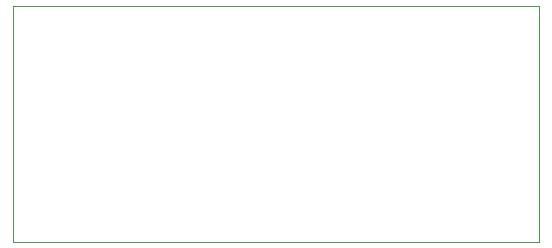
<source format=gbr>
%TF.GenerationSoftware,KiCad,Pcbnew,8.0.2*%
%TF.CreationDate,2024-12-24T22:57:44+01:00*%
%TF.ProjectId,CabControl,43616243-6f6e-4747-926f-6c2e6b696361,rev?*%
%TF.SameCoordinates,Original*%
%TF.FileFunction,Profile,NP*%
%FSLAX46Y46*%
G04 Gerber Fmt 4.6, Leading zero omitted, Abs format (unit mm)*
G04 Created by KiCad (PCBNEW 8.0.2) date 2024-12-24 22:57:44*
%MOMM*%
%LPD*%
G01*
G04 APERTURE LIST*
%TA.AperFunction,Profile*%
%ADD10C,0.050000*%
%TD*%
G04 APERTURE END LIST*
D10*
X129969574Y-67402534D02*
X174469574Y-67402534D01*
X174469574Y-87402534D01*
X129969574Y-87402534D01*
X129969574Y-67402534D01*
M02*

</source>
